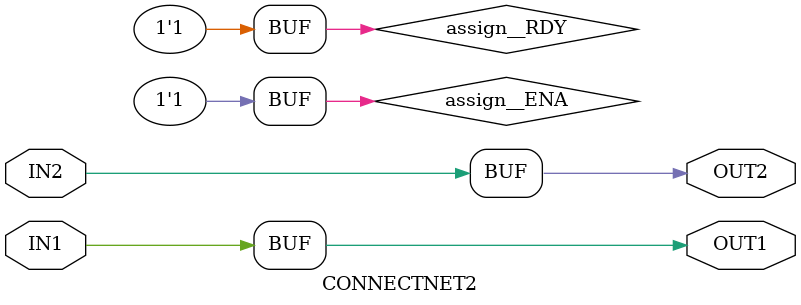
<source format=v>
`include "rulec.generated.vh"

module CONNECTNET2 (
    input IN1,
    input IN2,
    output OUT1,
    output OUT2);
    wire CLK, nRST;
    wire assign__ENA;
    wire assign__RDY;
    assign assign__ENA = assign__RDY ;
    assign assign__RDY = 1;
    assign OUT1 = IN1 ;
    assign OUT2 = IN2 ;
endmodule 


</source>
